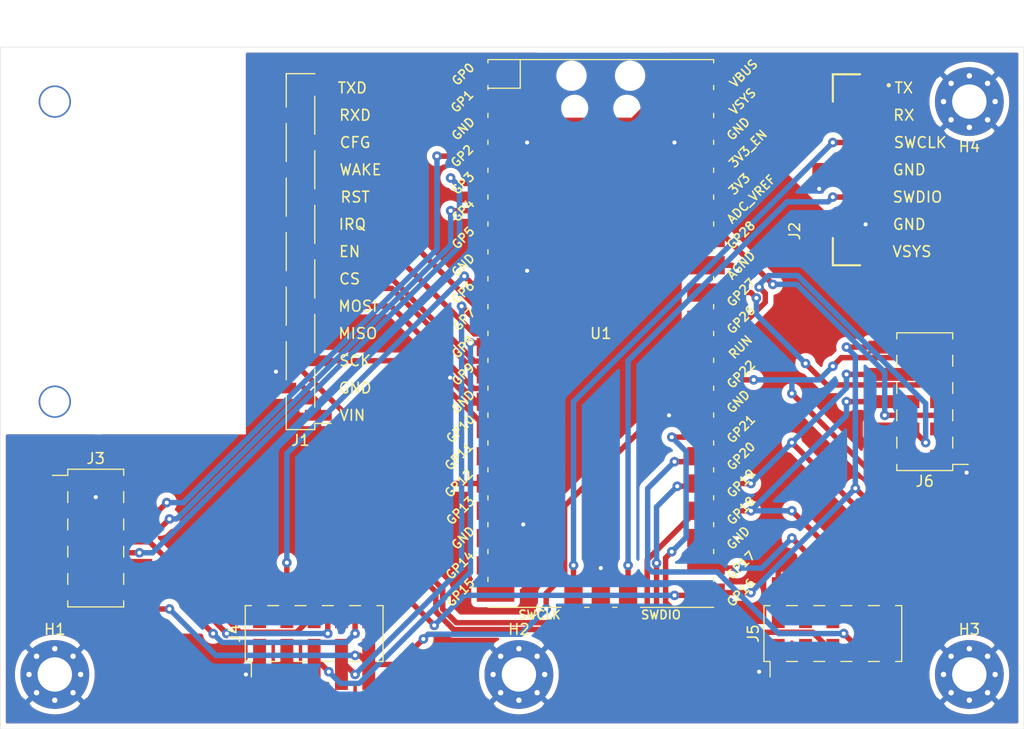
<source format=kicad_pcb>
(kicad_pcb (version 20171130) (host pcbnew 5.1.10-88a1d61d58~90~ubuntu20.04.1)
  (layers (0 Front signal) (31 Back signal) (34 B.Paste user) (35 F.Paste user) (36 B.SilkS user) (37 F.SilkS user) (38 B.Mask user) (39 F.Mask user) (44 Edge.Cuts user))
  (net 0 "")
  (net 1 /VSYS)
  (net 2 /SWDIO)
  (net 3 /SWCLK)
  (net 4 /UART_RX)
  (net 5 /UART_TX)
  (net 6 "Net-(U1-Pad30)")
  (net 7 "Net-(U1-Pad35)")
  (net 8 "Net-(U1-Pad37)")
  (net 9 +5V)
  (net 10 +3V3)
  (net 11 /ADC_CLK)
  (net 12 /WIFI_EN)
  (net 13 /WIFI_IRQ)
  (net 14 /WIFI_CS)
  (net 15 /WIFI_RST)
  (net 16 /NC_WIFI_RXD)
  (net 17 /WIFI_MISO)
  (net 18 GND)
  (net 19 /NC_WIFI_TXD)
  (net 20 /NC_WIFI_CFG)
  (net 21 /WIFI_MOSI)
  (net 22 /WIFI_SCK)
  (net 23 /ADC_MISO)
  (net 24 /ADC_MOSI)
  (net 25 /ADC0_PGOOD)
  (net 26 /ADC_SCK)
  (net 27 /ADC0_ENABLE)
  (net 28 /ADC0_CS)
  (net 29 /ADC1_PGOOD)
  (net 30 /ADC1_ENABLE)
  (net 31 /ADC1_CS)
  (net 32 /ADC2_PGOOD)
  (net 33 /ADC2_ENABLE)
  (net 34 /ADC2_CS)
  (net 35 /ADC3_PGOOD)
  (net 36 /ADC3_ENABLE)
  (net 37 /ADC3_CS)
  (net 38 "Net-(U1-Pad7)")
  (module TSM-107-01-T-SV:SAMTEC_TSM-107-01-T-SV (layer Front) (at 231.14 36.83 90)
    (fp_text reference J2 (at -5.715 -4.825 90) (layer F.SilkS))
    (fp_text value TSM-107-01-T-SV)
    (fp_text user VSYS (at -7.62 6.096) (layer F.SilkS))
    (fp_text user GND (at -5.08 5.842) (layer F.SilkS))
    (fp_text user SWDIO (at -2.54 6.604) (layer F.SilkS))
    (fp_text user GND (at 0 5.842) (layer F.SilkS))
    (fp_text user SWCLK (at 2.54 6.858) (layer F.SilkS))
    (fp_text user RX (at 5.08 5.334) (layer F.SilkS))
    (fp_text user TX (at 7.62 5.334) (layer F.SilkS))
    (pad 7 smd rect (at -7.62 1.46 90) (size 1.27 3.43) (layers Front F.Paste F.Mask) (net 1 /VSYS))
    (pad 6 smd rect (at -5.08 -1.46 90) (size 1.27 3.43) (layers Front F.Paste F.Mask) (net 18 GND))
    (pad 5 smd rect (at -2.54 1.46 90) (size 1.27 3.43) (layers Front F.Paste F.Mask) (net 2 /SWDIO))
    (pad 4 smd rect (at 0 -1.46 90) (size 1.27 3.43) (layers Front F.Paste F.Mask) (net 18 GND))
    (pad 3 smd rect (at 2.54 1.46 90) (size 1.27 3.43) (layers Front F.Paste F.Mask) (net 3 /SWCLK))
    (pad 2 smd rect (at 5.08 -1.46 90) (size 1.27 3.43) (layers Front F.Paste F.Mask) (net 4 /UART_RX))
    (pad 1 smd rect (at 7.62 1.46 90) (size 1.27 3.43) (layers Front F.Paste F.Mask) (net 5 /UART_TX))
  )
  (module MountingHole:MountingHole_3.2mm_M3_Pad_Via (layer Front) (at 242.57 30.48 180)
    (fp_text reference H4 (at 0 -4.2) (layer F.SilkS))
    (fp_text value MountingHole_Pad)
    (pad 1 thru_hole circle (at 1.697056 -1.697056 180) (size 0.8 0.8) (drill 0.5) (layers *.Cu *.Mask) (net 18 GND))
    (pad 1 thru_hole circle (at 0 -2.4 180) (size 0.8 0.8) (drill 0.5) (layers *.Cu *.Mask) (net 18 GND))
    (pad 1 thru_hole circle (at -1.697056 -1.697056 180) (size 0.8 0.8) (drill 0.5) (layers *.Cu *.Mask) (net 18 GND))
    (pad 1 thru_hole circle (at -2.4 0 180) (size 0.8 0.8) (drill 0.5) (layers *.Cu *.Mask) (net 18 GND))
    (pad 1 thru_hole circle (at -1.697056 1.697056 180) (size 0.8 0.8) (drill 0.5) (layers *.Cu *.Mask) (net 18 GND))
    (pad 1 thru_hole circle (at 0 2.4 180) (size 0.8 0.8) (drill 0.5) (layers *.Cu *.Mask) (net 18 GND))
    (pad 1 thru_hole circle (at 1.697056 1.697056 180) (size 0.8 0.8) (drill 0.5) (layers *.Cu *.Mask) (net 18 GND))
    (pad 1 thru_hole circle (at 2.4 0 180) (size 0.8 0.8) (drill 0.5) (layers *.Cu *.Mask) (net 18 GND))
    (pad 1 thru_hole circle (at 0 0 180) (size 6.4 6.4) (drill 3.2) (layers *.Cu *.Mask) (net 18 GND))
  )
  (module MountingHole:MountingHole_3.2mm_M3_Pad_Via (layer Front) (at 242.57 83.82)
    (fp_text reference H3 (at 0 -4.2) (layer F.SilkS))
    (fp_text value MountingHole_Pad)
    (pad 1 thru_hole circle (at 1.697056 -1.697056) (size 0.8 0.8) (drill 0.5) (layers *.Cu *.Mask) (net 18 GND))
    (pad 1 thru_hole circle (at 0 -2.4) (size 0.8 0.8) (drill 0.5) (layers *.Cu *.Mask) (net 18 GND))
    (pad 1 thru_hole circle (at -1.697056 -1.697056) (size 0.8 0.8) (drill 0.5) (layers *.Cu *.Mask) (net 18 GND))
    (pad 1 thru_hole circle (at -2.4 0) (size 0.8 0.8) (drill 0.5) (layers *.Cu *.Mask) (net 18 GND))
    (pad 1 thru_hole circle (at -1.697056 1.697056) (size 0.8 0.8) (drill 0.5) (layers *.Cu *.Mask) (net 18 GND))
    (pad 1 thru_hole circle (at 0 2.4) (size 0.8 0.8) (drill 0.5) (layers *.Cu *.Mask) (net 18 GND))
    (pad 1 thru_hole circle (at 1.697056 1.697056) (size 0.8 0.8) (drill 0.5) (layers *.Cu *.Mask) (net 18 GND))
    (pad 1 thru_hole circle (at 2.4 0) (size 0.8 0.8) (drill 0.5) (layers *.Cu *.Mask) (net 18 GND))
    (pad 1 thru_hole circle (at 0 0) (size 6.4 6.4) (drill 3.2) (layers *.Cu *.Mask) (net 18 GND))
  )
  (module MountingHole:MountingHole_3.2mm_M3_Pad_Via (layer Front) (at 200.66 83.82)
    (fp_text reference H2 (at 0 -4.2) (layer F.SilkS))
    (fp_text value MountingHole_Pad)
    (pad 1 thru_hole circle (at 1.697056 -1.697056) (size 0.8 0.8) (drill 0.5) (layers *.Cu *.Mask) (net 18 GND))
    (pad 1 thru_hole circle (at 0 -2.4) (size 0.8 0.8) (drill 0.5) (layers *.Cu *.Mask) (net 18 GND))
    (pad 1 thru_hole circle (at -1.697056 -1.697056) (size 0.8 0.8) (drill 0.5) (layers *.Cu *.Mask) (net 18 GND))
    (pad 1 thru_hole circle (at -2.4 0) (size 0.8 0.8) (drill 0.5) (layers *.Cu *.Mask) (net 18 GND))
    (pad 1 thru_hole circle (at -1.697056 1.697056) (size 0.8 0.8) (drill 0.5) (layers *.Cu *.Mask) (net 18 GND))
    (pad 1 thru_hole circle (at 0 2.4) (size 0.8 0.8) (drill 0.5) (layers *.Cu *.Mask) (net 18 GND))
    (pad 1 thru_hole circle (at 1.697056 1.697056) (size 0.8 0.8) (drill 0.5) (layers *.Cu *.Mask) (net 18 GND))
    (pad 1 thru_hole circle (at 2.4 0) (size 0.8 0.8) (drill 0.5) (layers *.Cu *.Mask) (net 18 GND))
    (pad 1 thru_hole circle (at 0 0) (size 6.4 6.4) (drill 3.2) (layers *.Cu *.Mask) (net 18 GND))
  )
  (module MountingHole:MountingHole_3.2mm_M3_Pad_Via (layer Front) (at 157.48 83.82)
    (fp_text reference H1 (at 0 -4.2) (layer F.SilkS))
    (fp_text value MountingHole_Pad)
    (pad 1 thru_hole circle (at 1.697056 -1.697056) (size 0.8 0.8) (drill 0.5) (layers *.Cu *.Mask) (net 18 GND))
    (pad 1 thru_hole circle (at 0 -2.4) (size 0.8 0.8) (drill 0.5) (layers *.Cu *.Mask) (net 18 GND))
    (pad 1 thru_hole circle (at -1.697056 -1.697056) (size 0.8 0.8) (drill 0.5) (layers *.Cu *.Mask) (net 18 GND))
    (pad 1 thru_hole circle (at -2.4 0) (size 0.8 0.8) (drill 0.5) (layers *.Cu *.Mask) (net 18 GND))
    (pad 1 thru_hole circle (at -1.697056 1.697056) (size 0.8 0.8) (drill 0.5) (layers *.Cu *.Mask) (net 18 GND))
    (pad 1 thru_hole circle (at 0 2.4) (size 0.8 0.8) (drill 0.5) (layers *.Cu *.Mask) (net 18 GND))
    (pad 1 thru_hole circle (at 1.697056 1.697056) (size 0.8 0.8) (drill 0.5) (layers *.Cu *.Mask) (net 18 GND))
    (pad 1 thru_hole circle (at 2.4 0) (size 0.8 0.8) (drill 0.5) (layers *.Cu *.Mask) (net 18 GND))
    (pad 1 thru_hole circle (at 0 0) (size 6.4 6.4) (drill 3.2) (layers *.Cu *.Mask) (net 18 GND))
  )
  (module wifi_connector:PinHeader_1x13_P2.54mm_Vertical_SMD_Pin1Left_with_holes (layer Front) (at 180.34 44.45 180)
    (fp_text reference J1 (at 0 -17.57) (layer F.SilkS))
    (fp_text value Conn_01x13)
    (fp_text user TXD (at -4.826 15.24) (layer F.SilkS))
    (fp_text user RXD (at -5.08 12.7) (layer F.SilkS))
    (fp_text user CFG (at -5.08 10.16) (layer F.SilkS))
    (fp_text user WAKE (at -5.588 7.62) (layer F.SilkS))
    (fp_text user RST (at -5.08 5.08) (layer F.SilkS))
    (fp_text user IRQ (at -4.826 2.54) (layer F.SilkS))
    (fp_text user EN (at -4.572 0) (layer F.SilkS))
    (fp_text user CS (at -4.572 -2.54) (layer F.SilkS))
    (fp_text user MOSI (at -5.334 -5.08) (layer F.SilkS))
    (fp_text user MISO (at -5.334 -7.62) (layer F.SilkS))
    (fp_text user SCK (at -5.08 -10.16) (layer F.SilkS))
    (fp_text user GND (at -5.08 -12.7) (layer F.SilkS))
    (fp_text user VIN (at -4.826 -15.24) (layer F.SilkS))
    (pad "" np_thru_hole circle (at 22.86 13.97 180) (size 3 3) (drill 2.7) (layers *.Cu *.Mask))
    (pad "" np_thru_hole circle (at 22.86 -13.97 180) (size 3 3) (drill 2.7) (layers *.Cu *.Mask))
    (pad 12 smd rect (at 1.655 12.7 180) (size 2.51 1) (layers Front F.Paste F.Mask) (net 16 /NC_WIFI_RXD))
    (pad 10 smd rect (at 1.655 7.62 180) (size 2.51 1) (layers Front F.Paste F.Mask) (net 12 /WIFI_EN))
    (pad 8 smd rect (at 1.655 2.54 180) (size 2.51 1) (layers Front F.Paste F.Mask) (net 13 /WIFI_IRQ))
    (pad 6 smd rect (at 1.655 -2.54 180) (size 2.51 1) (layers Front F.Paste F.Mask) (net 14 /WIFI_CS))
    (pad 4 smd rect (at 1.655 -7.62 180) (size 2.51 1) (layers Front F.Paste F.Mask) (net 17 /WIFI_MISO))
    (pad 2 smd rect (at 1.655 -12.7 180) (size 2.51 1) (layers Front F.Paste F.Mask) (net 18 GND))
    (pad 13 smd rect (at -1.655 15.24 180) (size 2.51 1) (layers Front F.Paste F.Mask) (net 19 /NC_WIFI_TXD))
    (pad 11 smd rect (at -1.655 10.16 180) (size 2.51 1) (layers Front F.Paste F.Mask) (net 20 /NC_WIFI_CFG))
    (pad 9 smd rect (at -1.655 5.08 180) (size 2.51 1) (layers Front F.Paste F.Mask) (net 15 /WIFI_RST))
    (pad 7 smd rect (at -1.655 0 180) (size 2.51 1) (layers Front F.Paste F.Mask) (net 12 /WIFI_EN))
    (pad 5 smd rect (at -1.655 -5.08 180) (size 2.51 1) (layers Front F.Paste F.Mask) (net 21 /WIFI_MOSI))
    (pad 3 smd rect (at -1.655 -10.16 180) (size 2.51 1) (layers Front F.Paste F.Mask) (net 22 /WIFI_SCK))
    (pad 1 smd rect (at -1.655 -15.24 180) (size 2.51 1) (layers Front F.Paste F.Mask) (net 10 +3V3))
  )
  (module MCU_RaspberryPi_and_Boards:RPi_Pico_SMD (layer Front) (at 208.28 52.07)
    (fp_text reference U1 (at 0 0) (layer F.SilkS))
    (fp_text value Pico)
    (fp_text user SWDIO (at 5.6 26.2) (layer F.SilkS) (effects (font (size 0.8 0.8))))
    (fp_text user SWCLK (at -5.7 26.2) (layer F.SilkS) (effects (font (size 0.8 0.8))))
    (fp_text user AGND (at 13.054 -6.35 45) (layer F.SilkS) (effects (font (size 0.8 0.8))))
    (fp_text user GND (at 12.8 -19.05 45) (layer F.SilkS) (effects (font (size 0.8 0.8))))
    (fp_text user GND (at 12.8 6.35 45) (layer F.SilkS) (effects (font (size 0.8 0.8))))
    (fp_text user GND (at 12.8 19.05 45) (layer F.SilkS) (effects (font (size 0.8 0.8))))
    (fp_text user GND (at -12.8 19.05 45) (layer F.SilkS) (effects (font (size 0.8 0.8))))
    (fp_text user GND (at -12.8 6.35 45) (layer F.SilkS) (effects (font (size 0.8 0.8))))
    (fp_text user GND (at -12.8 -6.35 45) (layer F.SilkS) (effects (font (size 0.8 0.8))))
    (fp_text user GND (at -12.8 -19.05 45) (layer F.SilkS) (effects (font (size 0.8 0.8))))
    (fp_text user VBUS (at 13.3 -24.2 45) (layer F.SilkS) (effects (font (size 0.8 0.8))))
    (fp_text user VSYS (at 13.2 -21.59 45) (layer F.SilkS) (effects (font (size 0.8 0.8))))
    (fp_text user 3V3_EN (at 13.7 -17.2 45) (layer F.SilkS) (effects (font (size 0.8 0.8))))
    (fp_text user 3V3 (at 12.9 -13.9 45) (layer F.SilkS) (effects (font (size 0.8 0.8))))
    (fp_text user ADC_VREF (at 14 -12.5 45) (layer F.SilkS) (effects (font (size 0.8 0.8))))
    (fp_text user GP28 (at 13.054 -9.144 45) (layer F.SilkS) (effects (font (size 0.8 0.8))))
    (fp_text user GP27 (at 13.054 -3.8 45) (layer F.SilkS) (effects (font (size 0.8 0.8))))
    (fp_text user GP26 (at 13.054 -1.27 45) (layer F.SilkS) (effects (font (size 0.8 0.8))))
    (fp_text user RUN (at 13 1.27 45) (layer F.SilkS) (effects (font (size 0.8 0.8))))
    (fp_text user GP22 (at 13.054 3.81 45) (layer F.SilkS) (effects (font (size 0.8 0.8))))
    (fp_text user GP21 (at 13.054 8.9 45) (layer F.SilkS) (effects (font (size 0.8 0.8))))
    (fp_text user GP20 (at 13.054 11.43 45) (layer F.SilkS) (effects (font (size 0.8 0.8))))
    (fp_text user GP19 (at 13.054 13.97 45) (layer F.SilkS) (effects (font (size 0.8 0.8))))
    (fp_text user GP18 (at 13.054 16.51 45) (layer F.SilkS) (effects (font (size 0.8 0.8))))
    (fp_text user GP17 (at 13.054 21.59 45) (layer F.SilkS) (effects (font (size 0.8 0.8))))
    (fp_text user GP16 (at 13.054 24.13 45) (layer F.SilkS) (effects (font (size 0.8 0.8))))
    (fp_text user GP15 (at -13.054 24.13 45) (layer F.SilkS) (effects (font (size 0.8 0.8))))
    (fp_text user GP14 (at -13.1 21.59 45) (layer F.SilkS) (effects (font (size 0.8 0.8))))
    (fp_text user GP13 (at -13.054 16.51 45) (layer F.SilkS) (effects (font (size 0.8 0.8))))
    (fp_text user GP12 (at -13.2 13.97 45) (layer F.SilkS) (effects (font (size 0.8 0.8))))
    (fp_text user GP11 (at -13.2 11.43 45) (layer F.SilkS) (effects (font (size 0.8 0.8))))
    (fp_text user GP10 (at -13.054 8.89 45) (layer F.SilkS) (effects (font (size 0.8 0.8))))
    (fp_text user GP9 (at -12.8 3.81 45) (layer F.SilkS) (effects (font (size 0.8 0.8))))
    (fp_text user GP8 (at -12.8 1.27 45) (layer F.SilkS) (effects (font (size 0.8 0.8))))
    (fp_text user GP7 (at -12.7 -1.3 45) (layer F.SilkS) (effects (font (size 0.8 0.8))))
    (fp_text user GP6 (at -12.8 -3.81 45) (layer F.SilkS) (effects (font (size 0.8 0.8))))
    (fp_text user GP5 (at -12.8 -8.89 45) (layer F.SilkS) (effects (font (size 0.8 0.8))))
    (fp_text user GP4 (at -12.8 -11.43 45) (layer F.SilkS) (effects (font (size 0.8 0.8))))
    (fp_text user GP3 (at -12.8 -13.97 45) (layer F.SilkS) (effects (font (size 0.8 0.8))))
    (fp_text user GP0 (at -12.8 -24.13 45) (layer F.SilkS) (effects (font (size 0.8 0.8))))
    (fp_text user GP2 (at -12.9 -16.51 45) (layer F.SilkS) (effects (font (size 0.8 0.8))))
    (fp_text user GP1 (at -12.9 -21.6 45) (layer F.SilkS) (effects (font (size 0.8 0.8))))
    (pad 43 smd rect (at 2.54 23.9 90) (size 3.5 1.7) (drill (offset -0.9 0)) (layers Front F.Paste F.Mask) (net 2 /SWDIO))
    (pad 42 smd rect (at 0 23.9 90) (size 3.5 1.7) (drill (offset -0.9 0)) (layers Front F.Paste F.Mask) (net 18 GND))
    (pad 41 smd rect (at -2.54 23.9 90) (size 3.5 1.7) (drill (offset -0.9 0)) (layers Front F.Paste F.Mask) (net 3 /SWCLK))
    (pad "" np_thru_hole oval (at 2.425 -20.97) (size 1.5 1.5) (drill 1.5) (layers *.Cu *.Mask))
    (pad "" np_thru_hole oval (at -2.425 -20.97) (size 1.5 1.5) (drill 1.5) (layers *.Cu *.Mask))
    (pad "" np_thru_hole oval (at 2.725 -24) (size 1.8 1.8) (drill 1.8) (layers *.Cu *.Mask))
    (pad "" np_thru_hole oval (at -2.725 -24) (size 1.8 1.8) (drill 1.8) (layers *.Cu *.Mask))
    (pad 21 smd rect (at 8.89 24.13) (size 3.5 1.7) (drill (offset 0.9 0)) (layers Front F.Paste F.Mask) (net 23 /ADC_MISO))
    (pad 22 smd rect (at 8.89 21.59) (size 3.5 1.7) (drill (offset 0.9 0)) (layers Front F.Paste F.Mask) (net 34 /ADC2_CS))
    (pad 23 smd rect (at 8.89 19.05) (size 3.5 1.7) (drill (offset 0.9 0)) (layers Front F.Paste F.Mask) (net 18 GND))
    (pad 24 smd rect (at 8.89 16.51) (size 3.5 1.7) (drill (offset 0.9 0)) (layers Front F.Paste F.Mask) (net 26 /ADC_SCK))
    (pad 25 smd rect (at 8.89 13.97) (size 3.5 1.7) (drill (offset 0.9 0)) (layers Front F.Paste F.Mask) (net 24 /ADC_MOSI))
    (pad 26 smd rect (at 8.89 11.43) (size 3.5 1.7) (drill (offset 0.9 0)) (layers Front F.Paste F.Mask) (net 32 /ADC2_PGOOD))
    (pad 27 smd rect (at 8.89 8.89) (size 3.5 1.7) (drill (offset 0.9 0)) (layers Front F.Paste F.Mask) (net 33 /ADC2_ENABLE))
    (pad 28 smd rect (at 8.89 6.35) (size 3.5 1.7) (drill (offset 0.9 0)) (layers Front F.Paste F.Mask) (net 18 GND))
    (pad 29 smd rect (at 8.89 3.81) (size 3.5 1.7) (drill (offset 0.9 0)) (layers Front F.Paste F.Mask) (net 11 /ADC_CLK))
    (pad 30 smd rect (at 8.89 1.27) (size 3.5 1.7) (drill (offset 0.9 0)) (layers Front F.Paste F.Mask) (net 6 "Net-(U1-Pad30)"))
    (pad 31 smd rect (at 8.89 -1.27) (size 3.5 1.7) (drill (offset 0.9 0)) (layers Front F.Paste F.Mask) (net 37 /ADC3_CS))
    (pad 32 smd rect (at 8.89 -3.81) (size 3.5 1.7) (drill (offset 0.9 0)) (layers Front F.Paste F.Mask) (net 35 /ADC3_PGOOD))
    (pad 33 smd rect (at 8.89 -6.35) (size 3.5 1.7) (drill (offset 0.9 0)) (layers Front F.Paste F.Mask) (net 18 GND))
    (pad 34 smd rect (at 8.89 -8.89) (size 3.5 1.7) (drill (offset 0.9 0)) (layers Front F.Paste F.Mask) (net 36 /ADC3_ENABLE))
    (pad 35 smd rect (at 8.89 -11.43) (size 3.5 1.7) (drill (offset 0.9 0)) (layers Front F.Paste F.Mask) (net 7 "Net-(U1-Pad35)"))
    (pad 36 smd rect (at 8.89 -13.97) (size 3.5 1.7) (drill (offset 0.9 0)) (layers Front F.Paste F.Mask) (net 10 +3V3))
    (pad 37 smd rect (at 8.89 -16.51) (size 3.5 1.7) (drill (offset 0.9 0)) (layers Front F.Paste F.Mask) (net 8 "Net-(U1-Pad37)"))
    (pad 38 smd rect (at 8.89 -19.05) (size 3.5 1.7) (drill (offset 0.9 0)) (layers Front F.Paste F.Mask) (net 18 GND))
    (pad 39 smd rect (at 8.89 -21.59) (size 3.5 1.7) (drill (offset 0.9 0)) (layers Front F.Paste F.Mask) (net 1 /VSYS))
    (pad 40 smd rect (at 8.89 -24.13) (size 3.5 1.7) (drill (offset 0.9 0)) (layers Front F.Paste F.Mask) (net 9 +5V))
    (pad 20 smd rect (at -8.89 24.13) (size 3.5 1.7) (drill (offset -0.9 0)) (layers Front F.Paste F.Mask) (net 13 /WIFI_IRQ))
    (pad 19 smd rect (at -8.89 21.59) (size 3.5 1.7) (drill (offset -0.9 0)) (layers Front F.Paste F.Mask) (net 12 /WIFI_EN))
    (pad 18 smd rect (at -8.89 19.05) (size 3.5 1.7) (drill (offset -0.9 0)) (layers Front F.Paste F.Mask) (net 18 GND))
    (pad 17 smd rect (at -8.89 16.51) (size 3.5 1.7) (drill (offset -0.9 0)) (layers Front F.Paste F.Mask) (net 14 /WIFI_CS))
    (pad 16 smd rect (at -8.89 13.97) (size 3.5 1.7) (drill (offset -0.9 0)) (layers Front F.Paste F.Mask) (net 17 /WIFI_MISO))
    (pad 15 smd rect (at -8.89 11.43) (size 3.5 1.7) (drill (offset -0.9 0)) (layers Front F.Paste F.Mask) (net 21 /WIFI_MOSI))
    (pad 14 smd rect (at -8.89 8.89) (size 3.5 1.7) (drill (offset -0.9 0)) (layers Front F.Paste F.Mask) (net 22 /WIFI_SCK))
    (pad 13 smd rect (at -8.89 6.35) (size 3.5 1.7) (drill (offset -0.9 0)) (layers Front F.Paste F.Mask) (net 18 GND))
    (pad 12 smd rect (at -8.89 3.81) (size 3.5 1.7) (drill (offset -0.9 0)) (layers Front F.Paste F.Mask) (net 15 /WIFI_RST))
    (pad 11 smd rect (at -8.89 1.27) (size 3.5 1.7) (drill (offset -0.9 0)) (layers Front F.Paste F.Mask) (net 30 /ADC1_ENABLE))
    (pad 10 smd rect (at -8.89 -1.27) (size 3.5 1.7) (drill (offset -0.9 0)) (layers Front F.Paste F.Mask) (net 29 /ADC1_PGOOD))
    (pad 9 smd rect (at -8.89 -3.81) (size 3.5 1.7) (drill (offset -0.9 0)) (layers Front F.Paste F.Mask) (net 31 /ADC1_CS))
    (pad 8 smd rect (at -8.89 -6.35) (size 3.5 1.7) (drill (offset -0.9 0)) (layers Front F.Paste F.Mask) (net 18 GND))
    (pad 7 smd rect (at -8.89 -8.89) (size 3.5 1.7) (drill (offset -0.9 0)) (layers Front F.Paste F.Mask) (net 38 "Net-(U1-Pad7)"))
    (pad 6 smd rect (at -8.89 -11.43) (size 3.5 1.7) (drill (offset -0.9 0)) (layers Front F.Paste F.Mask) (net 27 /ADC0_ENABLE))
    (pad 5 smd rect (at -8.89 -13.97) (size 3.5 1.7) (drill (offset -0.9 0)) (layers Front F.Paste F.Mask) (net 25 /ADC0_PGOOD))
    (pad 4 smd rect (at -8.89 -16.51) (size 3.5 1.7) (drill (offset -0.9 0)) (layers Front F.Paste F.Mask) (net 28 /ADC0_CS))
    (pad 3 smd rect (at -8.89 -19.05) (size 3.5 1.7) (drill (offset -0.9 0)) (layers Front F.Paste F.Mask) (net 18 GND))
    (pad 2 smd rect (at -8.89 -21.59) (size 3.5 1.7) (drill (offset -0.9 0)) (layers Front F.Paste F.Mask) (net 4 /UART_RX))
    (pad 1 smd rect (at -8.89 -24.13) (size 3.5 1.7) (drill (offset -0.9 0)) (layers Front F.Paste F.Mask) (net 5 /UART_TX))
  )
  (module 2x5header:PinHeader_2x05_P2.54mm_Vertical_SMD (layer Front) (at 238.425 58.42 180)
    (fp_text reference J6 (at 0 -7.41) (layer F.SilkS))
    (fp_text value Conn_02x05_Counter_Clockwise)
    (pad 6 smd rect (at 2.875 5.08 180) (size 4.75 1.2) (layers Front F.Paste F.Mask) (net 23 /ADC_MISO))
    (pad 5 smd rect (at -2.875 5.08 180) (size 4.75 1.2) (layers Front F.Paste F.Mask) (net 11 /ADC_CLK))
    (pad 7 smd rect (at 2.875 2.54 180) (size 4.75 1.2) (layers Front F.Paste F.Mask) (net 24 /ADC_MOSI))
    (pad 4 smd rect (at -2.875 2.54 180) (size 4.75 1.2) (layers Front F.Paste F.Mask) (net 35 /ADC3_PGOOD))
    (pad 8 smd rect (at 2.875 0 180) (size 4.75 1.2) (layers Front F.Paste F.Mask) (net 26 /ADC_SCK))
    (pad 3 smd rect (at -2.875 0 180) (size 4.75 1.2) (layers Front F.Paste F.Mask) (net 36 /ADC3_ENABLE))
    (pad 9 smd rect (at 2.875 -2.54 180) (size 4.75 1.2) (layers Front F.Paste F.Mask) (net 37 /ADC3_CS))
    (pad 2 smd rect (at -2.875 -2.54 180) (size 4.75 1.2) (layers Front F.Paste F.Mask) (net 9 +5V))
    (pad 10 smd rect (at 2.875 -5.08 180) (size 4.75 1.2) (layers Front F.Paste F.Mask) (net 10 +3V3))
    (pad 1 smd rect (at -2.875 -5.08 180) (size 4.75 1.2) (layers Front F.Paste F.Mask) (net 18 GND))
  )
  (module 2x5header:PinHeader_2x05_P2.54mm_Vertical_SMD (layer Front) (at 229.87 80.01 90)
    (fp_text reference J5 (at 0 -7.41 90) (layer F.SilkS))
    (fp_text value Conn_02x05_Counter_Clockwise)
    (pad 6 smd rect (at 2.875 5.08 90) (size 4.75 1.2) (layers Front F.Paste F.Mask) (net 23 /ADC_MISO))
    (pad 5 smd rect (at -2.875 5.08 90) (size 4.75 1.2) (layers Front F.Paste F.Mask) (net 11 /ADC_CLK))
    (pad 7 smd rect (at 2.875 2.54 90) (size 4.75 1.2) (layers Front F.Paste F.Mask) (net 24 /ADC_MOSI))
    (pad 4 smd rect (at -2.875 2.54 90) (size 4.75 1.2) (layers Front F.Paste F.Mask) (net 32 /ADC2_PGOOD))
    (pad 8 smd rect (at 2.875 0 90) (size 4.75 1.2) (layers Front F.Paste F.Mask) (net 26 /ADC_SCK))
    (pad 3 smd rect (at -2.875 0 90) (size 4.75 1.2) (layers Front F.Paste F.Mask) (net 33 /ADC2_ENABLE))
    (pad 9 smd rect (at 2.875 -2.54 90) (size 4.75 1.2) (layers Front F.Paste F.Mask) (net 34 /ADC2_CS))
    (pad 2 smd rect (at -2.875 -2.54 90) (size 4.75 1.2) (layers Front F.Paste F.Mask) (net 9 +5V))
    (pad 10 smd rect (at 2.875 -5.08 90) (size 4.75 1.2) (layers Front F.Paste F.Mask) (net 10 +3V3))
    (pad 1 smd rect (at -2.875 -5.08 90) (size 4.75 1.2) (layers Front F.Paste F.Mask) (net 18 GND))
  )
  (module 2x5header:PinHeader_2x05_P2.54mm_Vertical_SMD (layer Front) (at 181.61 80.01 90)
    (fp_text reference J4 (at 0 -7.41 90) (layer F.SilkS))
    (fp_text value Conn_02x05_Counter_Clockwise)
    (pad 6 smd rect (at 2.875 5.08 90) (size 4.75 1.2) (layers Front F.Paste F.Mask) (net 23 /ADC_MISO))
    (pad 5 smd rect (at -2.875 5.08 90) (size 4.75 1.2) (layers Front F.Paste F.Mask) (net 11 /ADC_CLK))
    (pad 7 smd rect (at 2.875 2.54 90) (size 4.75 1.2) (layers Front F.Paste F.Mask) (net 24 /ADC_MOSI))
    (pad 4 smd rect (at -2.875 2.54 90) (size 4.75 1.2) (layers Front F.Paste F.Mask) (net 29 /ADC1_PGOOD))
    (pad 8 smd rect (at 2.875 0 90) (size 4.75 1.2) (layers Front F.Paste F.Mask) (net 26 /ADC_SCK))
    (pad 3 smd rect (at -2.875 0 90) (size 4.75 1.2) (layers Front F.Paste F.Mask) (net 30 /ADC1_ENABLE))
    (pad 9 smd rect (at 2.875 -2.54 90) (size 4.75 1.2) (layers Front F.Paste F.Mask) (net 31 /ADC1_CS))
    (pad 2 smd rect (at -2.875 -2.54 90) (size 4.75 1.2) (layers Front F.Paste F.Mask) (net 9 +5V))
    (pad 10 smd rect (at 2.875 -5.08 90) (size 4.75 1.2) (layers Front F.Paste F.Mask) (net 10 +3V3))
    (pad 1 smd rect (at -2.875 -5.08 90) (size 4.75 1.2) (layers Front F.Paste F.Mask) (net 18 GND))
  )
  (module 2x5header:PinHeader_2x05_P2.54mm_Vertical_SMD (layer Front) (at 161.29 71.12)
    (fp_text reference J3 (at 0 -7.41) (layer F.SilkS))
    (fp_text value Conn_02x05_Counter_Clockwise)
    (pad 6 smd rect (at 2.875 5.08) (size 4.75 1.2) (layers Front F.Paste F.Mask) (net 23 /ADC_MISO))
    (pad 5 smd rect (at -2.875 5.08) (size 4.75 1.2) (layers Front F.Paste F.Mask) (net 11 /ADC_CLK))
    (pad 7 smd rect (at 2.875 2.54) (size 4.75 1.2) (layers Front F.Paste F.Mask) (net 24 /ADC_MOSI))
    (pad 4 smd rect (at -2.875 2.54) (size 4.75 1.2) (layers Front F.Paste F.Mask) (net 25 /ADC0_PGOOD))
    (pad 8 smd rect (at 2.875 0) (size 4.75 1.2) (layers Front F.Paste F.Mask) (net 26 /ADC_SCK))
    (pad 3 smd rect (at -2.875 0) (size 4.75 1.2) (layers Front F.Paste F.Mask) (net 27 /ADC0_ENABLE))
    (pad 9 smd rect (at 2.875 -2.54) (size 4.75 1.2) (layers Front F.Paste F.Mask) (net 28 /ADC0_CS))
    (pad 2 smd rect (at -2.875 -2.54) (size 4.75 1.2) (layers Front F.Paste F.Mask) (net 9 +5V))
    (pad 10 smd rect (at 2.875 -5.08) (size 4.75 1.2) (layers Front F.Paste F.Mask) (net 10 +3V3))
    (pad 1 smd rect (at -2.875 -5.08) (size 4.75 1.2) (layers Front F.Paste F.Mask) (net 18 GND))
  )
  (gr_line (start 247.65 88.9) (end 247.65 76.2) (layer Edge.Cuts) (width 0.0381))
  (gr_line (start 152.4 88.9) (end 247.65 88.9) (layer Edge.Cuts) (width 0.0381))
  (gr_line (start 152.4 76.2) (end 152.4 88.9) (layer Edge.Cuts) (width 0.0381))
  (gr_line (start 152.4 76.2) (end 152.4 25.4) (layer Edge.Cuts) (width 0.0381))
  (gr_line (start 247.65 25.4) (end 247.65 76.2) (layer Edge.Cuts) (width 0.0381))
  (gr_line (start 152.4 25.4) (end 247.65 25.4) (layer Edge.Cuts) (width 0.0381))
  (segment (start 232.054402 30.48) (end 217.17 30.48) (width 0.762) (layer Front) (net 1))
  (segment (start 234.823001 33.248599) (end 232.054402 30.48) (width 0.762) (layer Front) (net 1))
  (segment (start 234.823001 42.226999) (end 234.823001 33.248599) (width 0.762) (layer Front) (net 1))
  (segment (start 232.6 44.45) (end 234.823001 42.226999) (width 0.762) (layer Front) (net 1))
  (via (at 210.82 73.66) (size 0.889) (drill 0.381) (layers Front Back) (net 2))
  (segment (start 210.82 75.97) (end 210.82 73.66) (width 0.508) (layer Front) (net 2))
  (via (at 229.87 39.37) (size 0.889) (drill 0.381) (layers Front Back) (net 2))
  (segment (start 229.87 39.37) (end 232.6 39.37) (width 0.508) (layer Front) (net 2))
  (segment (start 229.425501 39.814499) (end 225.615501 39.814499) (width 0.508) (layer Back) (net 2))
  (segment (start 229.87 39.37) (end 229.425501 39.814499) (width 0.508) (layer Back) (net 2))
  (segment (start 210.82 54.61) (end 210.82 58.928) (width 0.508) (layer Back) (net 2))
  (segment (start 210.82 58.928) (end 210.82 58.42) (width 0.508) (layer Back) (net 2))
  (segment (start 225.615501 39.814499) (end 210.82 54.61) (width 0.508) (layer Back) (net 2))
  (segment (start 210.82 73.66) (end 210.82 58.928) (width 0.508) (layer Back) (net 2))
  (via (at 205.74 73.66) (size 0.889) (drill 0.381) (layers Front Back) (net 3))
  (segment (start 205.74 75.97) (end 205.74 73.66) (width 0.508) (layer Front) (net 3))
  (segment (start 205.74 58.42) (end 229.87 34.29) (width 0.508) (layer Back) (net 3))
  (via (at 229.87 34.29) (size 0.889) (drill 0.381) (layers Front Back) (net 3))
  (segment (start 205.74 73.66) (end 205.74 58.42) (width 0.508) (layer Back) (net 3))
  (segment (start 229.87 34.29) (end 232.6 34.29) (width 0.508) (layer Front) (net 3))
  (segment (start 214.938187 32.866011) (end 201.776011 32.866011) (width 0.508) (layer Front) (net 4))
  (segment (start 216.054198 31.75) (end 214.938187 32.866011) (width 0.508) (layer Front) (net 4))
  (segment (start 201.776011 32.866011) (end 199.39 30.48) (width 0.508) (layer Front) (net 4))
  (segment (start 229.68 31.75) (end 216.054198 31.75) (width 0.508) (layer Front) (net 4))
  (segment (start 203.681001 32.231001) (end 199.39 27.94) (width 0.508) (layer Front) (net 5))
  (segment (start 211.247881 32.231001) (end 203.681001 32.231001) (width 0.508) (layer Front) (net 5))
  (segment (start 214.268882 29.21) (end 211.247881 32.231001) (width 0.508) (layer Front) (net 5))
  (segment (start 232.6 29.21) (end 214.268882 29.21) (width 0.508) (layer Front) (net 5))
  (segment (start 242.649402 60.96) (end 241.3 60.96) (width 0.762) (layer Front) (net 9))
  (segment (start 235.55 63.5) (end 234.200598 63.5) (width 0.762) (layer Front) (net 10))
  (segment (start 219.044402 38.1) (end 217.17 38.1) (width 0.762) (layer Front) (net 10))
  (segment (start 230.666999 54.321001) (end 229.87 55.118) (width 0.508) (layer Front) (net 11))
  (via (at 229.87 55.118) (size 0.889) (drill 0.381) (layers Front Back) (net 11))
  (segment (start 240.318999 54.321001) (end 230.666999 54.321001) (width 0.508) (layer Front) (net 11))
  (segment (start 241.3 53.34) (end 240.318999 54.321001) (width 0.508) (layer Front) (net 11))
  (via (at 222.504 56.388) (size 0.889) (drill 0.381) (layers Front Back) (net 11))
  (segment (start 229.87 55.118) (end 228.6 56.388) (width 0.508) (layer Back) (net 11))
  (segment (start 217.678 56.388) (end 217.17 55.88) (width 0.508) (layer Front) (net 11))
  (segment (start 222.504 56.388) (end 217.678 56.388) (width 0.508) (layer Front) (net 11))
  (via (at 168.148 77.724) (size 0.889) (drill 0.381) (layers Front Back) (net 11))
  (segment (start 159.939 77.724) (end 168.148 77.724) (width 0.508) (layer Front) (net 11))
  (segment (start 158.415 76.2) (end 159.939 77.724) (width 0.508) (layer Front) (net 11))
  (via (at 185.42 82.042) (size 0.889) (drill 0.381) (layers Front Back) (net 11))
  (segment (start 172.466 82.042) (end 185.42 82.042) (width 0.508) (layer Back) (net 11))
  (segment (start 168.148 77.724) (end 172.466 82.042) (width 0.508) (layer Back) (net 11))
  (segment (start 185.847 82.042) (end 186.69 82.885) (width 0.508) (layer Front) (net 11))
  (segment (start 185.42 82.042) (end 185.847 82.042) (width 0.508) (layer Front) (net 11))
  (segment (start 204.914499 68.135501) (end 217.17 55.88) (width 0.508) (layer Front) (net 11))
  (segment (start 186.69 82.885) (end 186.69 81.11) (width 0.508) (layer Front) (net 11))
  (via (at 191.77 80.518) (size 0.889) (drill 0.381) (layers Front Back) (net 11))
  (segment (start 189.403 82.885) (end 191.77 80.518) (width 0.508) (layer Front) (net 11))
  (segment (start 186.69 82.885) (end 189.403 82.885) (width 0.508) (layer Front) (net 11))
  (via (at 203.2 77.724) (size 0.889) (drill 0.381) (layers Front Back) (net 11))
  (segment (start 200.850499 80.073501) (end 203.2 77.724) (width 0.508) (layer Back) (net 11))
  (segment (start 192.214499 80.073501) (end 200.850499 80.073501) (width 0.508) (layer Back) (net 11))
  (segment (start 191.77 80.518) (end 192.214499 80.073501) (width 0.508) (layer Back) (net 11))
  (segment (start 204.914499 74.5485) (end 204.914499 74.104499) (width 0.508) (layer Front) (net 11))
  (segment (start 203.2 76.262999) (end 204.914499 74.5485) (width 0.508) (layer Front) (net 11))
  (segment (start 203.2 77.724) (end 203.2 76.262999) (width 0.508) (layer Front) (net 11))
  (segment (start 204.914499 74.104499) (end 204.914499 68.135501) (width 0.508) (layer Front) (net 11))
  (segment (start 204.914499 74.485501) (end 204.914499 74.104499) (width 0.508) (layer Front) (net 11))
  (segment (start 235.931001 67.529001) (end 226.06 57.658) (width 0.508) (layer Front) (net 11))
  (via (at 226.06 57.658) (size 0.889) (drill 0.381) (layers Front Back) (net 11))
  (segment (start 235.931001 81.903999) (end 235.931001 67.529001) (width 0.508) (layer Front) (net 11))
  (segment (start 234.95 82.885) (end 235.931001 81.903999) (width 0.508) (layer Front) (net 11))
  (segment (start 226.06 57.658) (end 226.06 56.388) (width 0.508) (layer Back) (net 11))
  (segment (start 226.06 56.388) (end 222.504 56.388) (width 0.508) (layer Back) (net 11))
  (segment (start 228.6 56.388) (end 226.06 56.388) (width 0.508) (layer Back) (net 11))
  (segment (start 200.544801 52.108999) (end 201.891021 53.455219) (width 0.508) (layer Front) (net 12))
  (segment (start 196.513197 52.108999) (end 200.544801 52.108999) (width 0.508) (layer Front) (net 12))
  (segment (start 188.854198 44.45) (end 196.513197 52.108999) (width 0.508) (layer Front) (net 12))
  (segment (start 201.891021 71.158979) (end 199.39 73.66) (width 0.508) (layer Front) (net 12))
  (segment (start 201.891021 53.455219) (end 201.891021 71.158979) (width 0.508) (layer Front) (net 12))
  (segment (start 181.995 44.45) (end 188.854198 44.45) (width 0.508) (layer Front) (net 12))
  (segment (start 178.784198 44.45) (end 181.995 44.45) (width 0.508) (layer Front) (net 12))
  (segment (start 177.048999 42.714801) (end 178.784198 44.45) (width 0.508) (layer Front) (net 12))
  (segment (start 177.048999 38.466001) (end 177.048999 42.714801) (width 0.508) (layer Front) (net 12))
  (segment (start 178.685 36.83) (end 177.048999 38.466001) (width 0.508) (layer Front) (net 12))
  (segment (start 202.526031 73.063969) (end 199.39 76.2) (width 0.508) (layer Front) (net 13))
  (segment (start 202.526031 51.550229) (end 202.526031 73.063969) (width 0.508) (layer Front) (net 13))
  (segment (start 200.544801 49.568999) (end 202.526031 51.550229) (width 0.508) (layer Front) (net 13))
  (segment (start 188.976 41.91) (end 196.634999 49.568999) (width 0.508) (layer Front) (net 13))
  (segment (start 196.634999 49.568999) (end 200.544801 49.568999) (width 0.508) (layer Front) (net 13))
  (segment (start 178.685 41.91) (end 188.976 41.91) (width 0.508) (layer Front) (net 13))
  (segment (start 201.256011 66.713989) (end 199.39 68.58) (width 0.508) (layer Front) (net 14))
  (segment (start 201.256011 55.360209) (end 201.256011 66.713989) (width 0.508) (layer Front) (net 14))
  (segment (start 200.544801 54.648999) (end 201.256011 55.360209) (width 0.508) (layer Front) (net 14))
  (segment (start 196.513197 54.648999) (end 200.544801 54.648999) (width 0.508) (layer Front) (net 14))
  (segment (start 188.854198 46.99) (end 196.513197 54.648999) (width 0.508) (layer Front) (net 14))
  (segment (start 178.685 46.99) (end 188.854198 46.99) (width 0.508) (layer Front) (net 14))
  (segment (start 196.846159 55.88) (end 199.39 55.88) (width 0.508) (layer Front) (net 15))
  (segment (start 188.83716 47.871001) (end 196.846159 55.88) (width 0.508) (layer Front) (net 15))
  (segment (start 177.125199 47.871001) (end 188.83716 47.871001) (width 0.508) (layer Front) (net 15))
  (segment (start 176.413989 47.159791) (end 177.125199 47.871001) (width 0.508) (layer Front) (net 15))
  (segment (start 176.413989 36.660209) (end 176.413989 47.159791) (width 0.508) (layer Front) (net 15))
  (segment (start 177.125199 35.948999) (end 176.413989 36.660209) (width 0.508) (layer Front) (net 15))
  (segment (start 180.244801 35.948999) (end 177.125199 35.948999) (width 0.508) (layer Front) (net 15))
  (segment (start 181.995 37.699198) (end 180.244801 35.948999) (width 0.508) (layer Front) (net 15))
  (segment (start 181.995 39.37) (end 181.995 37.699198) (width 0.508) (layer Front) (net 15))
  (segment (start 178.685 53.740802) (end 190.984198 66.04) (width 0.508) (layer Front) (net 17))
  (segment (start 190.984198 66.04) (end 199.39 66.04) (width 0.508) (layer Front) (net 17))
  (segment (start 178.685 52.07) (end 178.685 53.740802) (width 0.508) (layer Front) (net 17))
  (via (at 161.29 67.31) (size 0.889) (drill 0.381) (layers Front Back) (net 18))
  (segment (start 160.02 66.04) (end 161.29 67.31) (width 0.762) (layer Front) (net 18))
  (segment (start 158.415 66.04) (end 160.02 66.04) (width 0.762) (layer Front) (net 18))
  (segment (start 178.685 56.257) (end 178.054 55.626) (width 0.762) (layer Front) (net 18))
  (via (at 178.054 55.626) (size 0.889) (drill 0.381) (layers Front Back) (net 18))
  (segment (start 178.685 57.15) (end 178.685 56.257) (width 0.762) (layer Front) (net 18))
  (via (at 194.261383 56.182617) (size 0.889) (drill 0.381) (layers Front Back) (net 18))
  (segment (start 196.498766 58.42) (end 194.261383 56.182617) (width 0.762) (layer Front) (net 18))
  (segment (start 199.39 58.42) (end 196.498766 58.42) (width 0.762) (layer Front) (net 18))
  (via (at 201.422 46.228) (size 0.889) (drill 0.381) (layers Front Back) (net 18))
  (segment (start 200.914 45.72) (end 201.422 46.228) (width 0.762) (layer Front) (net 18))
  (segment (start 199.39 45.72) (end 200.914 45.72) (width 0.762) (layer Front) (net 18))
  (via (at 201.422 34.29) (size 0.889) (drill 0.381) (layers Front Back) (net 18))
  (segment (start 200.152 33.02) (end 201.422 34.29) (width 0.762) (layer Front) (net 18))
  (segment (start 199.39 33.02) (end 200.152 33.02) (width 0.762) (layer Front) (net 18))
  (via (at 215.138 34.29) (size 0.889) (drill 0.381) (layers Front Back) (net 18))
  (segment (start 216.408 33.02) (end 215.138 34.29) (width 0.762) (layer Front) (net 18))
  (segment (start 217.17 33.02) (end 216.408 33.02) (width 0.762) (layer Front) (net 18))
  (via (at 228.6 38.608) (size 0.889) (drill 0.381) (layers Front Back) (net 18))
  (segment (start 229.68 37.528) (end 228.6 38.608) (width 0.762) (layer Front) (net 18))
  (segment (start 229.68 36.83) (end 229.68 37.528) (width 0.762) (layer Front) (net 18))
  (via (at 232.918 41.91) (size 0.889) (drill 0.381) (layers Front Back) (net 18))
  (segment (start 229.68 41.91) (end 232.918 41.91) (width 0.762) (layer Front) (net 18))
  (via (at 242.316 65.024) (size 0.889) (drill 0.381) (layers Front Back) (net 18))
  (segment (start 241.3 64.008) (end 242.316 65.024) (width 0.762) (layer Front) (net 18))
  (segment (start 241.3 63.5) (end 241.3 64.008) (width 0.762) (layer Front) (net 18))
  (via (at 223.012 83.566) (size 0.889) (drill 0.381) (layers Front Back) (net 18))
  (segment (start 223.693 82.885) (end 223.012 83.566) (width 0.762) (layer Front) (net 18))
  (segment (start 224.79 82.885) (end 223.693 82.885) (width 0.762) (layer Front) (net 18))
  (via (at 208.28 73.914) (size 0.889) (drill 0.381) (layers Front Back) (net 18))
  (segment (start 208.28 75.97) (end 208.28 73.914) (width 0.762) (layer Front) (net 18))
  (via (at 220.98 71.12) (size 0.889) (drill 0.381) (layers Front Back) (net 18))
  (segment (start 217.17 71.12) (end 220.98 71.12) (width 0.762) (layer Front) (net 18))
  (via (at 201.065521 69.85) (size 0.889) (drill 0.381) (layers Front Back) (net 18))
  (segment (start 199.795521 71.12) (end 201.065521 69.85) (width 0.762) (layer Front) (net 18))
  (segment (start 199.39 71.12) (end 199.795521 71.12) (width 0.762) (layer Front) (net 18))
  (via (at 175.26 83.82) (size 0.889) (drill 0.381) (layers Front Back) (net 18))
  (segment (start 176.195 82.885) (end 175.26 83.82) (width 0.762) (layer Front) (net 18))
  (segment (start 176.53 82.885) (end 176.195 82.885) (width 0.762) (layer Front) (net 18))
  (via (at 214.63 59.69) (size 0.889) (drill 0.381) (layers Front Back) (net 18))
  (segment (start 215.9 58.42) (end 214.63 59.69) (width 0.762) (layer Front) (net 18))
  (segment (start 217.17 58.42) (end 215.9 58.42) (width 0.762) (layer Front) (net 18))
  (segment (start 220.472 45.72) (end 220.98 46.228) (width 0.508) (layer Front) (net 18))
  (via (at 220.98 46.228) (size 0.889) (drill 0.381) (layers Front Back) (net 18))
  (segment (start 217.17 45.72) (end 220.472 45.72) (width 0.508) (layer Front) (net 18))
  (segment (start 200.621001 62.268999) (end 199.39 63.5) (width 0.508) (layer Front) (net 21))
  (segment (start 200.621001 57.265199) (end 200.621001 62.268999) (width 0.508) (layer Front) (net 21))
  (segment (start 196.435199 57.188999) (end 200.544801 57.188999) (width 0.508) (layer Front) (net 21))
  (segment (start 188.7762 49.53) (end 196.435199 57.188999) (width 0.508) (layer Front) (net 21))
  (segment (start 200.544801 57.188999) (end 200.621001 57.265199) (width 0.508) (layer Front) (net 21))
  (segment (start 181.995 49.53) (end 188.7762 49.53) (width 0.508) (layer Front) (net 21))
  (segment (start 197.744198 60.96) (end 199.39 60.96) (width 0.508) (layer Front) (net 22))
  (segment (start 191.394198 54.61) (end 197.744198 60.96) (width 0.508) (layer Front) (net 22))
  (segment (start 181.995 54.61) (end 191.394198 54.61) (width 0.508) (layer Front) (net 22))
  (via (at 231.14 53.34) (size 0.889) (drill 0.381) (layers Front Back) (net 23))
  (segment (start 235.55 53.34) (end 231.14 53.34) (width 0.508) (layer Front) (net 23))
  (via (at 222.25 76.2) (size 0.889) (drill 0.381) (layers Front Back) (net 23))
  (segment (start 231.965501 66.484499) (end 222.25 76.2) (width 0.508) (layer Back) (net 23))
  (segment (start 231.965501 54.165501) (end 231.965501 66.484499) (width 0.508) (layer Back) (net 23))
  (segment (start 231.14 53.34) (end 231.965501 54.165501) (width 0.508) (layer Back) (net 23))
  (segment (start 222.25 76.2) (end 217.17 76.2) (width 0.508) (layer Front) (net 23))
  (via (at 172.212 80.01) (size 0.889) (drill 0.381) (layers Front Back) (net 23))
  (segment (start 168.402 76.2) (end 172.212 80.01) (width 0.508) (layer Front) (net 23))
  (segment (start 164.165 76.2) (end 168.402 76.2) (width 0.508) (layer Front) (net 23))
  (segment (start 184.594499 80.835501) (end 185.42 80.01) (width 0.508) (layer Back) (net 23))
  (segment (start 173.037501 80.835501) (end 184.594499 80.835501) (width 0.508) (layer Back) (net 23))
  (via (at 185.42 80.01) (size 0.889) (drill 0.381) (layers Front Back) (net 23))
  (segment (start 172.212 80.01) (end 173.037501 80.835501) (width 0.508) (layer Back) (net 23))
  (segment (start 185.42 78.405) (end 186.69 77.135) (width 0.508) (layer Front) (net 23))
  (segment (start 185.42 80.01) (end 185.42 78.405) (width 0.508) (layer Front) (net 23))
  (via (at 215.138 76.454) (size 0.889) (drill 0.381) (layers Front Back) (net 23))
  (segment (start 195.604511 76.454) (end 215.138 76.454) (width 0.508) (layer Back) (net 23))
  (segment (start 194.564 77.494511) (end 195.604511 76.454) (width 0.508) (layer Back) (net 23))
  (segment (start 216.916 76.454) (end 217.17 76.2) (width 0.508) (layer Front) (net 23))
  (segment (start 215.138 76.454) (end 216.916 76.454) (width 0.508) (layer Front) (net 23))
  (via (at 192.786 79.248) (size 0.889) (drill 0.381) (layers Front Back) (net 23))
  (segment (start 190.673 77.135) (end 192.786 79.248) (width 0.508) (layer Front) (net 23))
  (segment (start 186.69 77.135) (end 190.673 77.135) (width 0.508) (layer Front) (net 23))
  (segment (start 195.58 76.454) (end 195.604511 76.454) (width 0.508) (layer Back) (net 23))
  (segment (start 192.786 79.248) (end 195.58 76.454) (width 0.508) (layer Back) (net 23))
  (via (at 231.965501 66.484499) (size 0.889) (drill 0.381) (layers Front Back) (net 23))
  (segment (start 234.95 69.468998) (end 231.965501 66.484499) (width 0.508) (layer Front) (net 23))
  (segment (start 234.95 77.135) (end 234.95 69.468998) (width 0.508) (layer Front) (net 23))
  (via (at 231.14 55.88) (size 0.889) (drill 0.381) (layers Front Back) (net 24))
  (segment (start 235.55 55.88) (end 231.14 55.88) (width 0.508) (layer Front) (net 24))
  (via (at 222.25 66.04) (size 0.889) (drill 0.381) (layers Front Back) (net 24))
  (segment (start 231.14 55.88) (end 231.14 57.15) (width 0.508) (layer Back) (net 24))
  (segment (start 222.25 66.04) (end 217.17 66.04) (width 0.508) (layer Front) (net 24))
  (via (at 173.482 80.01) (size 0.889) (drill 0.381) (layers Front Back) (net 24))
  (segment (start 167.132 73.66) (end 173.482 80.01) (width 0.508) (layer Front) (net 24))
  (segment (start 164.165 73.66) (end 167.132 73.66) (width 0.508) (layer Front) (net 24))
  (via (at 182.88 80.01) (size 0.889) (drill 0.381) (layers Front Back) (net 24))
  (segment (start 173.482 80.01) (end 182.88 80.01) (width 0.508) (layer Back) (net 24))
  (segment (start 182.88 78.405) (end 184.15 77.135) (width 0.508) (layer Front) (net 24))
  (segment (start 182.88 80.01) (end 182.88 78.405) (width 0.508) (layer Front) (net 24))
  (segment (start 186.012 72.39) (end 189.189916 72.39) (width 0.508) (layer Front) (net 24))
  (segment (start 184.15 74.252) (end 186.012 72.39) (width 0.508) (layer Front) (net 24))
  (segment (start 184.15 77.135) (end 184.15 74.252) (width 0.508) (layer Front) (net 24))
  (segment (start 192.934471 77.984763) (end 194.585719 79.636011) (width 0.508) (layer Front) (net 24))
  (segment (start 192.934471 76.134555) (end 192.934471 77.984763) (width 0.508) (layer Front) (net 24))
  (segment (start 189.189916 72.39) (end 192.934471 76.134555) (width 0.508) (layer Front) (net 24))
  (segment (start 212.23783 79.636011) (end 213.467467 78.406374) (width 0.508) (layer Front) (net 24))
  (via (at 213.467467 73.449967) (size 0.889) (drill 0.381) (layers Front Back) (net 24))
  (segment (start 213.467467 78.406374) (end 213.467467 73.449967) (width 0.508) (layer Front) (net 24))
  (segment (start 194.585719 79.636011) (end 212.23783 79.636011) (width 0.508) (layer Front) (net 24))
  (via (at 215.392 66.294) (size 0.889) (drill 0.381) (layers Front Back) (net 24))
  (segment (start 213.467467 68.218533) (end 215.392 66.294) (width 0.508) (layer Back) (net 24))
  (segment (start 213.467467 73.449967) (end 213.467467 68.218533) (width 0.508) (layer Back) (net 24))
  (segment (start 216.916 66.294) (end 217.17 66.04) (width 0.508) (layer Front) (net 24))
  (segment (start 215.392 66.294) (end 216.916 66.294) (width 0.508) (layer Front) (net 24))
  (via (at 226.06 62.23) (size 0.889) (drill 0.381) (layers Front Back) (net 24))
  (segment (start 232.41 68.58) (end 226.06 62.23) (width 0.508) (layer Front) (net 24))
  (segment (start 232.41 77.135) (end 232.41 68.58) (width 0.508) (layer Front) (net 24))
  (segment (start 226.06 62.23) (end 222.25 66.04) (width 0.508) (layer Back) (net 24))
  (segment (start 231.14 57.15) (end 226.06 62.23) (width 0.508) (layer Back) (net 24))
  (via (at 165.354 72.488498) (size 0.889) (drill 0.381) (layers Front Back) (net 25))
  (segment (start 159.586502 72.488498) (end 165.354 72.488498) (width 0.508) (layer Front) (net 25))
  (segment (start 158.415 73.66) (end 159.586502 72.488498) (width 0.508) (layer Front) (net 25))
  (via (at 194.31 37.592) (size 0.889) (drill 0.381) (layers Front Back) (net 25))
  (segment (start 195.135501 38.417501) (end 194.31 37.592) (width 0.508) (layer Back) (net 25))
  (segment (start 195.135501 43.927409) (end 195.135501 38.417501) (width 0.508) (layer Back) (net 25))
  (segment (start 166.574412 72.488498) (end 195.135501 43.927409) (width 0.508) (layer Back) (net 25))
  (segment (start 165.354 72.488498) (end 166.574412 72.488498) (width 0.508) (layer Back) (net 25))
  (segment (start 194.818 38.1) (end 199.39 38.1) (width 0.508) (layer Front) (net 25))
  (segment (start 194.31 37.592) (end 194.818 38.1) (width 0.508) (layer Front) (net 25))
  (via (at 231.14 58.42) (size 0.889) (drill 0.381) (layers Front Back) (net 26))
  (segment (start 235.55 58.42) (end 231.14 58.42) (width 0.508) (layer Front) (net 26))
  (via (at 222.25 68.58) (size 0.889) (drill 0.381) (layers Front Back) (net 26))
  (segment (start 231.14 59.69) (end 222.25 68.58) (width 0.508) (layer Back) (net 26))
  (segment (start 231.14 58.42) (end 231.14 59.69) (width 0.508) (layer Back) (net 26))
  (segment (start 222.25 68.58) (end 217.17 68.58) (width 0.508) (layer Front) (net 26))
  (segment (start 181.61 78.255802) (end 181.61 77.135) (width 0.508) (layer Front) (net 26))
  (segment (start 179.974801 79.891001) (end 181.61 78.255802) (width 0.508) (layer Front) (net 26))
  (segment (start 174.711001 79.891001) (end 179.974801 79.891001) (width 0.508) (layer Front) (net 26))
  (segment (start 165.94 71.12) (end 174.711001 79.891001) (width 0.508) (layer Front) (net 26))
  (segment (start 164.165 71.12) (end 165.94 71.12) (width 0.508) (layer Front) (net 26))
  (segment (start 212.598 73.152) (end 217.17 68.58) (width 0.508) (layer Front) (net 26))
  (segment (start 194.848748 79.001001) (end 211.974801 79.001001) (width 0.508) (layer Front) (net 26))
  (segment (start 193.569481 77.721734) (end 194.848748 79.001001) (width 0.508) (layer Front) (net 26))
  (segment (start 193.569481 75.871527) (end 193.569481 77.721734) (width 0.508) (layer Front) (net 26))
  (segment (start 189.325954 71.628) (end 193.569481 75.871527) (width 0.508) (layer Front) (net 26))
  (segment (start 211.974801 79.001001) (end 212.598 78.377802) (width 0.508) (layer Front) (net 26))
  (segment (start 183.134 71.628) (end 189.325954 71.628) (width 0.508) (layer Front) (net 26))
  (segment (start 181.61 73.152) (end 183.134 71.628) (width 0.508) (layer Front) (net 26))
  (segment (start 212.598 78.377802) (end 212.598 73.152) (width 0.508) (layer Front) (net 26))
  (segment (start 181.61 77.135) (end 181.61 73.152) (width 0.508) (layer Front) (net 26))
  (via (at 226.06 68.58) (size 0.889) (drill 0.381) (layers Front Back) (net 26))
  (segment (start 229.87 72.39) (end 226.06 68.58) (width 0.508) (layer Front) (net 26))
  (segment (start 229.87 77.135) (end 229.87 72.39) (width 0.508) (layer Front) (net 26))
  (segment (start 226.06 68.58) (end 222.25 68.58) (width 0.508) (layer Back) (net 26))
  (segment (start 167.351001 70.138999) (end 168.148 69.342) (width 0.508) (layer Front) (net 27))
  (via (at 168.148 69.342) (size 0.889) (drill 0.381) (layers Front Back) (net 27))
  (segment (start 159.396001 70.138999) (end 167.351001 70.138999) (width 0.508) (layer Front) (net 27))
  (segment (start 158.415 71.12) (end 159.396001 70.138999) (width 0.508) (layer Front) (net 27))
  (via (at 194.31 40.64) (size 0.889) (drill 0.381) (layers Front Back) (net 27))
  (segment (start 168.822871 69.342) (end 194.31 43.854871) (width 0.508) (layer Back) (net 27))
  (segment (start 194.31 43.854871) (end 194.31 40.64) (width 0.508) (layer Back) (net 27))
  (segment (start 168.148 69.342) (end 168.822871 69.342) (width 0.508) (layer Back) (net 27))
  (segment (start 194.31 40.64) (end 199.39 40.64) (width 0.508) (layer Front) (net 27))
  (via (at 167.894 67.818) (size 0.889) (drill 0.381) (layers Front Back) (net 28))
  (segment (start 167.132 68.58) (end 167.894 67.818) (width 0.508) (layer Front) (net 28))
  (segment (start 164.165 68.58) (end 167.132 68.58) (width 0.508) (layer Front) (net 28))
  (via (at 193.04 35.56) (size 0.889) (drill 0.381) (layers Front Back) (net 28))
  (segment (start 193.04 44.226832) (end 193.04 35.56) (width 0.508) (layer Back) (net 28))
  (segment (start 169.448832 67.818) (end 193.04 44.226832) (width 0.508) (layer Back) (net 28))
  (segment (start 167.894 67.818) (end 169.448832 67.818) (width 0.508) (layer Back) (net 28))
  (segment (start 193.04 35.56) (end 199.39 35.56) (width 0.508) (layer Front) (net 28))
  (via (at 185.42 83.82) (size 0.889) (drill 0.381) (layers Front Back) (net 29))
  (segment (start 184.485 82.885) (end 185.42 83.82) (width 0.508) (layer Front) (net 29))
  (segment (start 184.15 82.885) (end 184.485 82.885) (width 0.508) (layer Front) (net 29))
  (via (at 195.326 49.53) (size 0.889) (drill 0.381) (layers Front Back) (net 29))
  (segment (start 195.326 73.914) (end 195.326 49.53) (width 0.508) (layer Back) (net 29))
  (segment (start 185.42 83.82) (end 195.326 73.914) (width 0.508) (layer Back) (net 29))
  (segment (start 196.596 50.8) (end 199.39 50.8) (width 0.508) (layer Front) (net 29))
  (segment (start 195.326 49.53) (end 196.596 50.8) (width 0.508) (layer Front) (net 29))
  (via (at 182.978498 83.566) (size 0.889) (drill 0.381) (layers Front Back) (net 30))
  (segment (start 182.297498 82.885) (end 182.978498 83.566) (width 0.508) (layer Front) (net 30))
  (segment (start 181.61 82.885) (end 182.297498 82.885) (width 0.508) (layer Front) (net 30))
  (via (at 196.1515 52.944184) (size 0.889) (drill 0.381) (layers Front Back) (net 30))
  (segment (start 196.1515 74.310242) (end 196.1515 52.944184) (width 0.508) (layer Back) (net 30))
  (segment (start 185.816241 84.645501) (end 196.1515 74.310242) (width 0.508) (layer Back) (net 30))
  (segment (start 184.057999 84.645501) (end 185.816241 84.645501) (width 0.508) (layer Back) (net 30))
  (segment (start 182.978498 83.566) (end 184.057999 84.645501) (width 0.508) (layer Back) (net 30))
  (segment (start 198.994184 52.944184) (end 199.39 53.34) (width 0.508) (layer Front) (net 30))
  (segment (start 196.1515 52.944184) (end 198.994184 52.944184) (width 0.508) (layer Front) (net 30))
  (via (at 179.07 73.406) (size 0.889) (drill 0.381) (layers Front Back) (net 31))
  (segment (start 179.07 77.135) (end 179.07 73.406) (width 0.508) (layer Front) (net 31))
  (via (at 195.58 46.736) (size 0.889) (drill 0.381) (layers Front Back) (net 31))
  (segment (start 179.07 63.246) (end 195.58 46.736) (width 0.508) (layer Back) (net 31))
  (segment (start 179.07 73.406) (end 179.07 63.246) (width 0.508) (layer Back) (net 31))
  (segment (start 197.104 48.26) (end 199.39 48.26) (width 0.508) (layer Front) (net 31))
  (segment (start 195.58 46.736) (end 197.104 48.26) (width 0.508) (layer Front) (net 31))
  (segment (start 232.41 81.534) (end 230.886 80.01) (width 0.508) (layer Front) (net 32))
  (via (at 230.886 80.01) (size 0.889) (drill 0.381) (layers Front Back) (net 32))
  (segment (start 232.41 82.885) (end 232.41 81.534) (width 0.508) (layer Front) (net 32))
  (segment (start 212.641966 66.504034) (end 215.138 64.008) (width 0.508) (layer Back) (net 32))
  (segment (start 212.641966 73.846208) (end 212.641966 66.504034) (width 0.508) (layer Back) (net 32))
  (via (at 215.138 64.008) (size 0.889) (drill 0.381) (layers Front Back) (net 32))
  (segment (start 213.071226 74.275468) (end 212.641966 73.846208) (width 0.508) (layer Back) (net 32))
  (segment (start 219.103726 74.275468) (end 213.071226 74.275468) (width 0.508) (layer Back) (net 32))
  (segment (start 224.838258 80.01) (end 219.103726 74.275468) (width 0.508) (layer Back) (net 32))
  (segment (start 230.886 80.01) (end 224.838258 80.01) (width 0.508) (layer Back) (net 32))
  (segment (start 216.662 64.008) (end 217.17 63.5) (width 0.508) (layer Front) (net 32))
  (segment (start 215.138 64.008) (end 216.662 64.008) (width 0.508) (layer Front) (net 32))
  (segment (start 214.312499 72.961501) (end 214.884 72.39) (width 0.508) (layer Front) (net 33))
  (segment (start 214.312499 77.097185) (end 214.312499 72.961501) (width 0.508) (layer Front) (net 33))
  (via (at 214.884 72.39) (size 0.889) (drill 0.381) (layers Front Back) (net 33))
  (segment (start 217.106315 79.891001) (end 214.312499 77.097185) (width 0.508) (layer Front) (net 33))
  (segment (start 227.996803 79.891001) (end 217.106315 79.891001) (width 0.508) (layer Front) (net 33))
  (segment (start 229.87 81.764198) (end 227.996803 79.891001) (width 0.508) (layer Front) (net 33))
  (segment (start 229.87 82.885) (end 229.87 81.764198) (width 0.508) (layer Front) (net 33))
  (via (at 214.884 61.722) (size 0.889) (drill 0.381) (layers Front Back) (net 33))
  (segment (start 216.217501 63.055501) (end 214.884 61.722) (width 0.508) (layer Back) (net 33))
  (segment (start 216.217501 71.056499) (end 216.217501 63.055501) (width 0.508) (layer Back) (net 33))
  (segment (start 214.884 72.39) (end 216.217501 71.056499) (width 0.508) (layer Back) (net 33))
  (segment (start 216.408 61.722) (end 217.17 60.96) (width 0.508) (layer Front) (net 33))
  (segment (start 214.884 61.722) (end 216.408 61.722) (width 0.508) (layer Front) (net 33))
  (via (at 226.06 71.12) (size 0.889) (drill 0.381) (layers Front Back) (net 34))
  (segment (start 227.33 72.39) (end 226.06 71.12) (width 0.508) (layer Front) (net 34))
  (segment (start 227.33 77.135) (end 227.33 72.39) (width 0.508) (layer Front) (net 34))
  (via (at 220.98 73.914) (size 0.889) (drill 0.381) (layers Front Back) (net 34))
  (segment (start 223.266 73.914) (end 220.98 73.914) (width 0.508) (layer Back) (net 34))
  (segment (start 226.06 71.12) (end 223.266 73.914) (width 0.508) (layer Back) (net 34))
  (segment (start 217.424 73.914) (end 217.17 73.66) (width 0.508) (layer Front) (net 34))
  (segment (start 220.98 73.914) (end 217.424 73.914) (width 0.508) (layer Front) (net 34))
  (via (at 227.33 54.864) (size 0.889) (drill 0.381) (layers Front Back) (net 35))
  (segment (start 229.327001 56.861001) (end 227.33 54.864) (width 0.508) (layer Front) (net 35))
  (segment (start 240.318999 56.861001) (end 229.327001 56.861001) (width 0.508) (layer Front) (net 35))
  (segment (start 241.3 55.88) (end 240.318999 56.861001) (width 0.508) (layer Front) (net 35))
  (via (at 222.758 48.768) (size 0.889) (drill 0.381) (layers Front Back) (net 35))
  (segment (start 222.758 50.292) (end 222.758 48.768) (width 0.508) (layer Back) (net 35))
  (segment (start 227.33 54.864) (end 222.758 50.292) (width 0.508) (layer Back) (net 35))
  (segment (start 217.678 48.768) (end 217.17 48.26) (width 0.508) (layer Front) (net 35))
  (segment (start 222.25 48.26) (end 222.758 48.768) (width 0.508) (layer Front) (net 35))
  (segment (start 217.17 48.26) (end 222.25 48.26) (width 0.508) (layer Front) (net 35))
  (via (at 234.696 59.69) (size 0.889) (drill 0.381) (layers Front Back) (net 36))
  (segment (start 240.03 59.69) (end 234.696 59.69) (width 0.508) (layer Front) (net 36))
  (segment (start 241.3 58.42) (end 240.03 59.69) (width 0.508) (layer Front) (net 36))
  (segment (start 226.519742 47.498) (end 224.282 47.498) (width 0.508) (layer Back) (net 36))
  (segment (start 234.696 55.674258) (end 226.519742 47.498) (width 0.508) (layer Back) (net 36))
  (via (at 224.282 47.498) (size 0.889) (drill 0.381) (layers Front Back) (net 36))
  (segment (start 234.696 59.69) (end 234.696 55.674258) (width 0.508) (layer Back) (net 36))
  (segment (start 219.964 43.18) (end 217.17 43.18) (width 0.508) (layer Front) (net 36))
  (segment (start 224.282 47.498) (end 219.964 43.18) (width 0.508) (layer Front) (net 36))
  (segment (start 219.189198 50.8) (end 217.17 50.8) (width 0.508) (layer Front) (net 37))
  (segment (start 235.55 60.96) (end 237.325 60.96) (width 0.508) (layer Front) (net 37))
  (via (at 223.012 47.752) (size 0.889) (drill 0.381) (layers Front Back) (net 37))
  (segment (start 223.012 47.546258) (end 223.012 47.752) (width 0.508) (layer Back) (net 37))
  (segment (start 223.885759 46.672499) (end 223.012 47.546258) (width 0.508) (layer Back) (net 37))
  (segment (start 226.59228 46.672499) (end 223.885759 46.672499) (width 0.508) (layer Back) (net 37))
  (segment (start 235.521501 55.60172) (end 226.59228 46.672499) (width 0.508) (layer Back) (net 37))
  (segment (start 221.947742 50.8) (end 217.17 50.8) (width 0.508) (layer Front) (net 37))
  (segment (start 223.583501 49.164241) (end 221.947742 50.8) (width 0.508) (layer Front) (net 37))
  (segment (start 223.583501 48.323501) (end 223.583501 49.164241) (width 0.508) (layer Front) (net 37))
  (segment (start 223.012 47.752) (end 223.583501 48.323501) (width 0.508) (layer Front) (net 37))
  (via (at 238.506 62.23) (size 0.889) (drill 0.381) (layers Front Back) (net 37))
  (segment (start 237.236 60.96) (end 238.506 62.23) (width 0.508) (layer Front) (net 37))
  (segment (start 235.55 60.96) (end 237.236 60.96) (width 0.508) (layer Front) (net 37))
  (segment (start 238.506 58.58622) (end 234.86689 54.94711) (width 0.508) (layer Back) (net 37))
  (segment (start 238.506 62.23) (end 238.506 58.58622) (width 0.508) (layer Back) (net 37))
  (zone (net 0) (net_name "") (layers F&B.Cu) (connect_pads (clearance 0.508)) (min_thickness 0.254)
    (keepout (tracks not_allowed) (vias not_allowed) (copperpour not_allowed))
    (fill (arc_segments 32) (thermal_gap 0.508) (thermal_bridge_width 0.508))
    (polygon (pts (xy 175.26 61.468) (xy 152.4 61.468) (xy 152.4 25.4) (xy 175.26 25.4)))
  )
  (zone (net 18) (net_name GND) (layer Back) (connect_pads (clearance 0.508)) (min_thickness 0.254) (fill yes (arc_segments 32) (thermal_gap 0.508) (thermal_bridge_width 0.508))
    (polygon (pts (xy 247.65 88.9) (xy 152.4 88.9) (xy 152.4 25.4) (xy 247.65 25.4)))
  )
  (zone (net 10) (net_name +3V3) (layer Front) (connect_pads (clearance 0.508)) (min_thickness 0.254) (fill yes (arc_segments 32) (thermal_gap 0.508) (thermal_bridge_width 0.508))
    (polygon (pts (xy 238.252 49.784) (xy 238.252 79.502) (xy 161.798 79.502) (xy 161.798 57.15) (xy 161.798 25.4) (xy 168.143578 25.4) (xy 202.438 25.4) (xy 202.438 35.052) (xy 214.376 35.052) (xy 223.52 35.052)))
  )
  (zone (net 9) (net_name +5V) (layer Front) (connect_pads (clearance 0.508)) (min_thickness 0.254) (fill yes (arc_segments 32) (thermal_gap 0.508) (thermal_bridge_width 0.508))
    (polygon (pts (xy 247.65 88.9) (xy 152.4 88.9) (xy 152.4 57.15) (xy 161.29 57.15) (xy 161.29 80.01) (xy 238.76 80.01) (xy 238.76 49.53) (xy 223.52 34.29) (xy 214.63 34.29) (xy 214.63 25.4) (xy 247.65 25.4)))
  )
)
</source>
